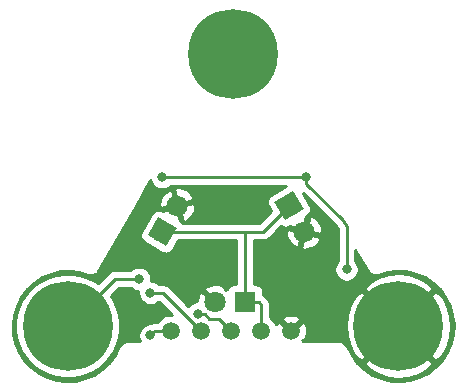
<source format=gbr>
G04 #@! TF.GenerationSoftware,KiCad,Pcbnew,(5.0.0)*
G04 #@! TF.CreationDate,2018-09-04T17:15:42+01:00*
G04 #@! TF.ProjectId,BlinkIR,426C696E6B49522E6B696361645F7063,rev?*
G04 #@! TF.SameCoordinates,Original*
G04 #@! TF.FileFunction,Copper,L2,Bot,Signal*
G04 #@! TF.FilePolarity,Positive*
%FSLAX46Y46*%
G04 Gerber Fmt 4.6, Leading zero omitted, Abs format (unit mm)*
G04 Created by KiCad (PCBNEW (5.0.0)) date 09/04/18 17:15:42*
%MOMM*%
%LPD*%
G01*
G04 APERTURE LIST*
G04 #@! TA.AperFunction,BGAPad,CuDef*
%ADD10C,1.500000*%
G04 #@! TD*
G04 #@! TA.AperFunction,ComponentPad*
%ADD11C,7.600000*%
G04 #@! TD*
G04 #@! TA.AperFunction,ComponentPad*
%ADD12C,1.800000*%
G04 #@! TD*
G04 #@! TA.AperFunction,ComponentPad*
%ADD13R,1.800000X1.800000*%
G04 #@! TD*
G04 #@! TA.AperFunction,Conductor*
%ADD14C,0.100000*%
G04 #@! TD*
G04 #@! TA.AperFunction,ViaPad*
%ADD15C,0.800000*%
G04 #@! TD*
G04 #@! TA.AperFunction,Conductor*
%ADD16C,0.250000*%
G04 #@! TD*
G04 #@! TA.AperFunction,Conductor*
%ADD17C,0.254000*%
G04 #@! TD*
G04 APERTURE END LIST*
D10*
G04 #@! TO.P,TP1,1*
G04 #@! TO.N,VCC*
X178740000Y-74420000D03*
G04 #@! TD*
G04 #@! TO.P,TP2,1*
G04 #@! TO.N,/RESET*
X181280000Y-74420000D03*
G04 #@! TD*
G04 #@! TO.P,TP3,1*
G04 #@! TO.N,/SENCE_BLINK*
X186360000Y-74420000D03*
G04 #@! TD*
G04 #@! TO.P,TP4,1*
G04 #@! TO.N,/SEND_BLINK*
X183820000Y-74420000D03*
G04 #@! TD*
G04 #@! TO.P,TP5,1*
G04 #@! TO.N,GND*
X188900000Y-74420000D03*
G04 #@! TD*
D11*
G04 #@! TO.P,J1,1*
G04 #@! TO.N,VCC*
X184000000Y-51000000D03*
G04 #@! TD*
G04 #@! TO.P,J2,1*
G04 #@! TO.N,VCC*
X170000000Y-74000000D03*
G04 #@! TD*
G04 #@! TO.P,J3,1*
G04 #@! TO.N,GND*
X198000000Y-74000000D03*
G04 #@! TD*
D12*
G04 #@! TO.P,Q1,2*
G04 #@! TO.N,GND*
X182460000Y-72000000D03*
D13*
G04 #@! TO.P,Q1,1*
G04 #@! TO.N,/SENCE_BLINK*
X185000000Y-72000000D03*
G04 #@! TD*
D12*
G04 #@! TO.P,Q2,1*
G04 #@! TO.N,/SENCE_BLINK*
X178000000Y-66000000D03*
D14*
G04 #@! TD*
G04 #@! TO.N,/SENCE_BLINK*
G04 #@! TO.C,Q2*
G36*
X178329423Y-67229423D02*
X176770577Y-66329423D01*
X177670577Y-64770577D01*
X179229423Y-65670577D01*
X178329423Y-67229423D01*
X178329423Y-67229423D01*
G37*
D12*
G04 #@! TO.P,Q2,2*
G04 #@! TO.N,GND*
X179270000Y-63800295D03*
G04 #@! TD*
G04 #@! TO.P,Q3,2*
G04 #@! TO.N,GND*
X190000000Y-66000000D03*
G04 #@! TO.P,Q3,1*
G04 #@! TO.N,/SENCE_BLINK*
X188730000Y-63800295D03*
D14*
G04 #@! TD*
G04 #@! TO.N,/SENCE_BLINK*
G04 #@! TO.C,Q3*
G36*
X187500577Y-63470872D02*
X189059423Y-62570872D01*
X189959423Y-64129718D01*
X188400577Y-65029718D01*
X187500577Y-63470872D01*
X187500577Y-63470872D01*
G37*
D15*
G04 #@! TO.N,VCC*
X177000000Y-74800000D03*
X176018482Y-70000000D03*
G04 #@! TO.N,GND*
X188200000Y-70400000D03*
X183000000Y-70200000D03*
X186600000Y-68800000D03*
G04 #@! TO.N,/RESET*
X177000000Y-71200000D03*
G04 #@! TO.N,Net-(D2-Pad2)*
X178000000Y-61400000D03*
X190200000Y-61400000D03*
X193600000Y-69200000D03*
G04 #@! TO.N,/SEND_BLINK*
X181000000Y-72950000D03*
G04 #@! TD*
D16*
G04 #@! TO.N,VCC*
X177380000Y-74420000D02*
X177000000Y-74800000D01*
X178740000Y-74420000D02*
X177380000Y-74420000D01*
X174000000Y-70000000D02*
X170000000Y-74000000D01*
X176018482Y-70000000D02*
X174000000Y-70000000D01*
G04 #@! TO.N,/RESET*
X178060000Y-71200000D02*
X181280000Y-74420000D01*
X177000000Y-71200000D02*
X178060000Y-71200000D01*
G04 #@! TO.N,Net-(D2-Pad2)*
X178000000Y-61400000D02*
X190200000Y-61400000D01*
X193600000Y-68634315D02*
X193600000Y-69200000D01*
X193600000Y-65606245D02*
X193600000Y-68634315D01*
X193279255Y-65044940D02*
X193600000Y-65606245D01*
X190200000Y-61965685D02*
X193279255Y-65044940D01*
X190200000Y-61400000D02*
X190200000Y-61965685D01*
G04 #@! TO.N,/SENCE_BLINK*
X186360000Y-73359340D02*
X186360000Y-74420000D01*
X186360000Y-72210000D02*
X186360000Y-73359340D01*
X186150000Y-72000000D02*
X186360000Y-72210000D01*
X185000000Y-72000000D02*
X186150000Y-72000000D01*
X188730000Y-63800295D02*
X186530295Y-66000000D01*
X185000000Y-72000000D02*
X185000000Y-66000000D01*
X186530295Y-66000000D02*
X185000000Y-66000000D01*
X185000000Y-66000000D02*
X178000000Y-66000000D01*
G04 #@! TO.N,/SEND_BLINK*
X183820000Y-74420000D02*
X182800000Y-73400000D01*
X182800000Y-73400000D02*
X182000000Y-73400000D01*
X182000000Y-73400000D02*
X181600000Y-73000000D01*
X181565685Y-72950000D02*
X181000000Y-72950000D01*
X181600000Y-72984315D02*
X181565685Y-72950000D01*
X181600000Y-73000000D02*
X181600000Y-72984315D01*
G04 #@! TD*
D17*
G04 #@! TO.N,GND*
G36*
X192669888Y-65510375D02*
X192840000Y-65808071D01*
X192840001Y-68496288D01*
X192796063Y-68540226D01*
X192682795Y-68709744D01*
X192604774Y-68898102D01*
X192565000Y-69098061D01*
X192565000Y-69301939D01*
X192604774Y-69501898D01*
X192682795Y-69690256D01*
X192796063Y-69859774D01*
X192940226Y-70003937D01*
X193109744Y-70117205D01*
X193298102Y-70195226D01*
X193498061Y-70235000D01*
X193701939Y-70235000D01*
X193901898Y-70195226D01*
X194090256Y-70117205D01*
X194259774Y-70003937D01*
X194403937Y-69859774D01*
X194517205Y-69690256D01*
X194595226Y-69501898D01*
X194635000Y-69301939D01*
X194635000Y-69098061D01*
X194595226Y-68898102D01*
X194517205Y-68709744D01*
X194403937Y-68540226D01*
X194360000Y-68496289D01*
X194360000Y-67561051D01*
X195400850Y-69382539D01*
X195461521Y-69468006D01*
X195563172Y-69564066D01*
X195681609Y-69638448D01*
X195812282Y-69688296D01*
X195950169Y-69711692D01*
X196089971Y-69707738D01*
X196226316Y-69676587D01*
X196248681Y-69666573D01*
X197044395Y-69426312D01*
X197853117Y-69329858D01*
X198666313Y-69375302D01*
X199459263Y-69561267D01*
X200207868Y-69882097D01*
X200889390Y-70328049D01*
X201483124Y-70885575D01*
X201971024Y-71537731D01*
X202338261Y-72264693D01*
X202573688Y-73044395D01*
X202670142Y-73853118D01*
X202624698Y-74666315D01*
X202438733Y-75459263D01*
X202117903Y-76207867D01*
X201671949Y-76889392D01*
X201114425Y-77483124D01*
X200462271Y-77971023D01*
X199735307Y-78338262D01*
X198955607Y-78573688D01*
X198146882Y-78670142D01*
X197333685Y-78624698D01*
X196540737Y-78438733D01*
X195792133Y-78117903D01*
X195110608Y-77671949D01*
X194530709Y-77127414D01*
X195052191Y-77127414D01*
X195484368Y-77678536D01*
X196250351Y-78098629D01*
X197083573Y-78361215D01*
X197952013Y-78456201D01*
X198822297Y-78379938D01*
X199660980Y-78135356D01*
X200435833Y-77731855D01*
X200515632Y-77678536D01*
X200947809Y-77127414D01*
X198000000Y-74179605D01*
X195052191Y-77127414D01*
X194530709Y-77127414D01*
X194516876Y-77114425D01*
X194028977Y-76462271D01*
X193661527Y-75734888D01*
X193659128Y-75726980D01*
X193593200Y-75603637D01*
X193504475Y-75495525D01*
X193396363Y-75406800D01*
X193273020Y-75340872D01*
X193139184Y-75300273D01*
X193034877Y-75290000D01*
X189949608Y-75290000D01*
X189856995Y-75197387D01*
X190095860Y-75131863D01*
X190211760Y-74884884D01*
X190277250Y-74620040D01*
X190289812Y-74347508D01*
X190248965Y-74077762D01*
X190203542Y-73952013D01*
X193543799Y-73952013D01*
X193620062Y-74822297D01*
X193864644Y-75660980D01*
X194268145Y-76435833D01*
X194321464Y-76515632D01*
X194872586Y-76947809D01*
X197820395Y-74000000D01*
X198179605Y-74000000D01*
X201127414Y-76947809D01*
X201678536Y-76515632D01*
X202098629Y-75749649D01*
X202361215Y-74916427D01*
X202456201Y-74047987D01*
X202379938Y-73177703D01*
X202135356Y-72339020D01*
X201731855Y-71564167D01*
X201678536Y-71484368D01*
X201127414Y-71052191D01*
X198179605Y-74000000D01*
X197820395Y-74000000D01*
X194872586Y-71052191D01*
X194321464Y-71484368D01*
X193901371Y-72250351D01*
X193638785Y-73083573D01*
X193543799Y-73952013D01*
X190203542Y-73952013D01*
X190156277Y-73821168D01*
X190095860Y-73708137D01*
X189856993Y-73642612D01*
X189079605Y-74420000D01*
X189093748Y-74434143D01*
X188914143Y-74613748D01*
X188900000Y-74599605D01*
X188885858Y-74613748D01*
X188706253Y-74434143D01*
X188720395Y-74420000D01*
X187943007Y-73642612D01*
X187704140Y-73708137D01*
X187629836Y-73866477D01*
X187587371Y-73763957D01*
X187435799Y-73537114D01*
X187361692Y-73463007D01*
X188122612Y-73463007D01*
X188900000Y-74240395D01*
X189677388Y-73463007D01*
X189611863Y-73224140D01*
X189364884Y-73108240D01*
X189100040Y-73042750D01*
X188827508Y-73030188D01*
X188557762Y-73071035D01*
X188301168Y-73163723D01*
X188188137Y-73224140D01*
X188122612Y-73463007D01*
X187361692Y-73463007D01*
X187242886Y-73344201D01*
X187120000Y-73262091D01*
X187120000Y-72247323D01*
X187123676Y-72210000D01*
X187120000Y-72172677D01*
X187120000Y-72172667D01*
X187109003Y-72061014D01*
X187065546Y-71917753D01*
X186994974Y-71785724D01*
X186900001Y-71669999D01*
X186870998Y-71646197D01*
X186713804Y-71489003D01*
X186690001Y-71459999D01*
X186574276Y-71365026D01*
X186538072Y-71345674D01*
X186538072Y-71100000D01*
X186525812Y-70975518D01*
X186494588Y-70872586D01*
X195052191Y-70872586D01*
X198000000Y-73820395D01*
X200947809Y-70872586D01*
X200515632Y-70321464D01*
X199749649Y-69901371D01*
X198916427Y-69638785D01*
X198047987Y-69543799D01*
X197177703Y-69620062D01*
X196339020Y-69864644D01*
X195564167Y-70268145D01*
X195484368Y-70321464D01*
X195052191Y-70872586D01*
X186494588Y-70872586D01*
X186489502Y-70855820D01*
X186430537Y-70745506D01*
X186351185Y-70648815D01*
X186254494Y-70569463D01*
X186144180Y-70510498D01*
X186024482Y-70474188D01*
X185900000Y-70461928D01*
X185760000Y-70461928D01*
X185760000Y-67363757D01*
X189766062Y-67363757D01*
X189965624Y-67542044D01*
X190267123Y-67519120D01*
X190558356Y-67437818D01*
X190828132Y-67301261D01*
X191066083Y-67114697D01*
X191263065Y-66885296D01*
X191352637Y-66741252D01*
X191298017Y-66479283D01*
X190089803Y-66155543D01*
X189766062Y-67363757D01*
X185760000Y-67363757D01*
X185760000Y-66760000D01*
X186492973Y-66760000D01*
X186530295Y-66763676D01*
X186567617Y-66760000D01*
X186567628Y-66760000D01*
X186679281Y-66749003D01*
X186822542Y-66705546D01*
X186954571Y-66634974D01*
X187070296Y-66540001D01*
X187094099Y-66510997D01*
X187639472Y-65965624D01*
X188457956Y-65965624D01*
X188480880Y-66267123D01*
X188562182Y-66558356D01*
X188698739Y-66828132D01*
X188885303Y-67066083D01*
X189114704Y-67263065D01*
X189258748Y-67352637D01*
X189520717Y-67298017D01*
X189844457Y-66089803D01*
X188636243Y-65766062D01*
X188457956Y-65965624D01*
X187639472Y-65965624D01*
X188047300Y-65557797D01*
X188118365Y-65601987D01*
X188235432Y-65646048D01*
X188358845Y-65666424D01*
X188483862Y-65662331D01*
X188605678Y-65633928D01*
X188719613Y-65582305D01*
X188786884Y-65543466D01*
X189575045Y-65754653D01*
X189806251Y-65985859D01*
X189881913Y-65910197D01*
X190155543Y-65910197D01*
X191363757Y-66233938D01*
X191542044Y-66034376D01*
X191519120Y-65732877D01*
X191437818Y-65441644D01*
X191301261Y-65171868D01*
X191114697Y-64933917D01*
X190885296Y-64736935D01*
X190741252Y-64647363D01*
X190479283Y-64701983D01*
X190155543Y-65910197D01*
X189881913Y-65910197D01*
X189985859Y-65806251D01*
X189934260Y-65754652D01*
X190211189Y-64721143D01*
X190278459Y-64682305D01*
X190380133Y-64609446D01*
X190465640Y-64518152D01*
X190531692Y-64411930D01*
X190575753Y-64294863D01*
X190596129Y-64171450D01*
X190592036Y-64046433D01*
X190563633Y-63924617D01*
X190512010Y-63810682D01*
X189886117Y-62726603D01*
X192669888Y-65510375D01*
X192669888Y-65510375D01*
G37*
X192669888Y-65510375D02*
X192840000Y-65808071D01*
X192840001Y-68496288D01*
X192796063Y-68540226D01*
X192682795Y-68709744D01*
X192604774Y-68898102D01*
X192565000Y-69098061D01*
X192565000Y-69301939D01*
X192604774Y-69501898D01*
X192682795Y-69690256D01*
X192796063Y-69859774D01*
X192940226Y-70003937D01*
X193109744Y-70117205D01*
X193298102Y-70195226D01*
X193498061Y-70235000D01*
X193701939Y-70235000D01*
X193901898Y-70195226D01*
X194090256Y-70117205D01*
X194259774Y-70003937D01*
X194403937Y-69859774D01*
X194517205Y-69690256D01*
X194595226Y-69501898D01*
X194635000Y-69301939D01*
X194635000Y-69098061D01*
X194595226Y-68898102D01*
X194517205Y-68709744D01*
X194403937Y-68540226D01*
X194360000Y-68496289D01*
X194360000Y-67561051D01*
X195400850Y-69382539D01*
X195461521Y-69468006D01*
X195563172Y-69564066D01*
X195681609Y-69638448D01*
X195812282Y-69688296D01*
X195950169Y-69711692D01*
X196089971Y-69707738D01*
X196226316Y-69676587D01*
X196248681Y-69666573D01*
X197044395Y-69426312D01*
X197853117Y-69329858D01*
X198666313Y-69375302D01*
X199459263Y-69561267D01*
X200207868Y-69882097D01*
X200889390Y-70328049D01*
X201483124Y-70885575D01*
X201971024Y-71537731D01*
X202338261Y-72264693D01*
X202573688Y-73044395D01*
X202670142Y-73853118D01*
X202624698Y-74666315D01*
X202438733Y-75459263D01*
X202117903Y-76207867D01*
X201671949Y-76889392D01*
X201114425Y-77483124D01*
X200462271Y-77971023D01*
X199735307Y-78338262D01*
X198955607Y-78573688D01*
X198146882Y-78670142D01*
X197333685Y-78624698D01*
X196540737Y-78438733D01*
X195792133Y-78117903D01*
X195110608Y-77671949D01*
X194530709Y-77127414D01*
X195052191Y-77127414D01*
X195484368Y-77678536D01*
X196250351Y-78098629D01*
X197083573Y-78361215D01*
X197952013Y-78456201D01*
X198822297Y-78379938D01*
X199660980Y-78135356D01*
X200435833Y-77731855D01*
X200515632Y-77678536D01*
X200947809Y-77127414D01*
X198000000Y-74179605D01*
X195052191Y-77127414D01*
X194530709Y-77127414D01*
X194516876Y-77114425D01*
X194028977Y-76462271D01*
X193661527Y-75734888D01*
X193659128Y-75726980D01*
X193593200Y-75603637D01*
X193504475Y-75495525D01*
X193396363Y-75406800D01*
X193273020Y-75340872D01*
X193139184Y-75300273D01*
X193034877Y-75290000D01*
X189949608Y-75290000D01*
X189856995Y-75197387D01*
X190095860Y-75131863D01*
X190211760Y-74884884D01*
X190277250Y-74620040D01*
X190289812Y-74347508D01*
X190248965Y-74077762D01*
X190203542Y-73952013D01*
X193543799Y-73952013D01*
X193620062Y-74822297D01*
X193864644Y-75660980D01*
X194268145Y-76435833D01*
X194321464Y-76515632D01*
X194872586Y-76947809D01*
X197820395Y-74000000D01*
X198179605Y-74000000D01*
X201127414Y-76947809D01*
X201678536Y-76515632D01*
X202098629Y-75749649D01*
X202361215Y-74916427D01*
X202456201Y-74047987D01*
X202379938Y-73177703D01*
X202135356Y-72339020D01*
X201731855Y-71564167D01*
X201678536Y-71484368D01*
X201127414Y-71052191D01*
X198179605Y-74000000D01*
X197820395Y-74000000D01*
X194872586Y-71052191D01*
X194321464Y-71484368D01*
X193901371Y-72250351D01*
X193638785Y-73083573D01*
X193543799Y-73952013D01*
X190203542Y-73952013D01*
X190156277Y-73821168D01*
X190095860Y-73708137D01*
X189856993Y-73642612D01*
X189079605Y-74420000D01*
X189093748Y-74434143D01*
X188914143Y-74613748D01*
X188900000Y-74599605D01*
X188885858Y-74613748D01*
X188706253Y-74434143D01*
X188720395Y-74420000D01*
X187943007Y-73642612D01*
X187704140Y-73708137D01*
X187629836Y-73866477D01*
X187587371Y-73763957D01*
X187435799Y-73537114D01*
X187361692Y-73463007D01*
X188122612Y-73463007D01*
X188900000Y-74240395D01*
X189677388Y-73463007D01*
X189611863Y-73224140D01*
X189364884Y-73108240D01*
X189100040Y-73042750D01*
X188827508Y-73030188D01*
X188557762Y-73071035D01*
X188301168Y-73163723D01*
X188188137Y-73224140D01*
X188122612Y-73463007D01*
X187361692Y-73463007D01*
X187242886Y-73344201D01*
X187120000Y-73262091D01*
X187120000Y-72247323D01*
X187123676Y-72210000D01*
X187120000Y-72172677D01*
X187120000Y-72172667D01*
X187109003Y-72061014D01*
X187065546Y-71917753D01*
X186994974Y-71785724D01*
X186900001Y-71669999D01*
X186870998Y-71646197D01*
X186713804Y-71489003D01*
X186690001Y-71459999D01*
X186574276Y-71365026D01*
X186538072Y-71345674D01*
X186538072Y-71100000D01*
X186525812Y-70975518D01*
X186494588Y-70872586D01*
X195052191Y-70872586D01*
X198000000Y-73820395D01*
X200947809Y-70872586D01*
X200515632Y-70321464D01*
X199749649Y-69901371D01*
X198916427Y-69638785D01*
X198047987Y-69543799D01*
X197177703Y-69620062D01*
X196339020Y-69864644D01*
X195564167Y-70268145D01*
X195484368Y-70321464D01*
X195052191Y-70872586D01*
X186494588Y-70872586D01*
X186489502Y-70855820D01*
X186430537Y-70745506D01*
X186351185Y-70648815D01*
X186254494Y-70569463D01*
X186144180Y-70510498D01*
X186024482Y-70474188D01*
X185900000Y-70461928D01*
X185760000Y-70461928D01*
X185760000Y-67363757D01*
X189766062Y-67363757D01*
X189965624Y-67542044D01*
X190267123Y-67519120D01*
X190558356Y-67437818D01*
X190828132Y-67301261D01*
X191066083Y-67114697D01*
X191263065Y-66885296D01*
X191352637Y-66741252D01*
X191298017Y-66479283D01*
X190089803Y-66155543D01*
X189766062Y-67363757D01*
X185760000Y-67363757D01*
X185760000Y-66760000D01*
X186492973Y-66760000D01*
X186530295Y-66763676D01*
X186567617Y-66760000D01*
X186567628Y-66760000D01*
X186679281Y-66749003D01*
X186822542Y-66705546D01*
X186954571Y-66634974D01*
X187070296Y-66540001D01*
X187094099Y-66510997D01*
X187639472Y-65965624D01*
X188457956Y-65965624D01*
X188480880Y-66267123D01*
X188562182Y-66558356D01*
X188698739Y-66828132D01*
X188885303Y-67066083D01*
X189114704Y-67263065D01*
X189258748Y-67352637D01*
X189520717Y-67298017D01*
X189844457Y-66089803D01*
X188636243Y-65766062D01*
X188457956Y-65965624D01*
X187639472Y-65965624D01*
X188047300Y-65557797D01*
X188118365Y-65601987D01*
X188235432Y-65646048D01*
X188358845Y-65666424D01*
X188483862Y-65662331D01*
X188605678Y-65633928D01*
X188719613Y-65582305D01*
X188786884Y-65543466D01*
X189575045Y-65754653D01*
X189806251Y-65985859D01*
X189881913Y-65910197D01*
X190155543Y-65910197D01*
X191363757Y-66233938D01*
X191542044Y-66034376D01*
X191519120Y-65732877D01*
X191437818Y-65441644D01*
X191301261Y-65171868D01*
X191114697Y-64933917D01*
X190885296Y-64736935D01*
X190741252Y-64647363D01*
X190479283Y-64701983D01*
X190155543Y-65910197D01*
X189881913Y-65910197D01*
X189985859Y-65806251D01*
X189934260Y-65754652D01*
X190211189Y-64721143D01*
X190278459Y-64682305D01*
X190380133Y-64609446D01*
X190465640Y-64518152D01*
X190531692Y-64411930D01*
X190575753Y-64294863D01*
X190596129Y-64171450D01*
X190592036Y-64046433D01*
X190563633Y-63924617D01*
X190512010Y-63810682D01*
X189886117Y-62726603D01*
X192669888Y-65510375D01*
G36*
X177004774Y-61701898D02*
X177082795Y-61890256D01*
X177196063Y-62059774D01*
X177340226Y-62203937D01*
X177509744Y-62317205D01*
X177698102Y-62395226D01*
X177898061Y-62435000D01*
X178101939Y-62435000D01*
X178301898Y-62395226D01*
X178490256Y-62317205D01*
X178659774Y-62203937D01*
X178703711Y-62160000D01*
X188494929Y-62160000D01*
X187181541Y-62918285D01*
X187079867Y-62991144D01*
X186994360Y-63082438D01*
X186928308Y-63188660D01*
X186884247Y-63305727D01*
X186863871Y-63429140D01*
X186867964Y-63554157D01*
X186896367Y-63675973D01*
X186947990Y-63789908D01*
X187210648Y-64244845D01*
X186215494Y-65240000D01*
X185037333Y-65240000D01*
X185000000Y-65236323D01*
X184962667Y-65240000D01*
X179696168Y-65240000D01*
X179650133Y-65190849D01*
X179548459Y-65117990D01*
X179481189Y-65079152D01*
X179204260Y-64045643D01*
X179255859Y-63994044D01*
X179151913Y-63890098D01*
X179425543Y-63890098D01*
X179749283Y-65098312D01*
X180011252Y-65152932D01*
X180260895Y-64982330D01*
X180472459Y-64766304D01*
X180637814Y-64513154D01*
X180750604Y-64232609D01*
X180806495Y-63935451D01*
X180812044Y-63765919D01*
X180633757Y-63566357D01*
X179425543Y-63890098D01*
X179151913Y-63890098D01*
X179076251Y-63814436D01*
X178845045Y-64045642D01*
X178056884Y-64256829D01*
X177989613Y-64217990D01*
X177875678Y-64166367D01*
X177753862Y-64137964D01*
X177628845Y-64133871D01*
X177505432Y-64154247D01*
X177388365Y-64198308D01*
X177282143Y-64264360D01*
X177190849Y-64349867D01*
X177117990Y-64451541D01*
X176217990Y-66010387D01*
X176166367Y-66124322D01*
X176137964Y-66246138D01*
X176133871Y-66371155D01*
X176154247Y-66494568D01*
X176198308Y-66611635D01*
X176264360Y-66717857D01*
X176349867Y-66809151D01*
X176451541Y-66882010D01*
X178010387Y-67782010D01*
X178124322Y-67833633D01*
X178246138Y-67862036D01*
X178371155Y-67866129D01*
X178494568Y-67845753D01*
X178611635Y-67801692D01*
X178717857Y-67735640D01*
X178809151Y-67650133D01*
X178882010Y-67548459D01*
X179337227Y-66760000D01*
X184240001Y-66760000D01*
X184240000Y-70461928D01*
X184100000Y-70461928D01*
X183975518Y-70474188D01*
X183855820Y-70510498D01*
X183745506Y-70569463D01*
X183648815Y-70648815D01*
X183569463Y-70745506D01*
X183510498Y-70855820D01*
X183507187Y-70866735D01*
X183460422Y-70819970D01*
X183344474Y-70935918D01*
X183260792Y-70681739D01*
X182988225Y-70550842D01*
X182695358Y-70475635D01*
X182393447Y-70459009D01*
X182094093Y-70501603D01*
X181808801Y-70601778D01*
X181659208Y-70681739D01*
X181575525Y-70935920D01*
X182460000Y-71820395D01*
X182474143Y-71806253D01*
X182653748Y-71985858D01*
X182639605Y-72000000D01*
X182653748Y-72014143D01*
X182474143Y-72193748D01*
X182460000Y-72179605D01*
X182445858Y-72193748D01*
X182266253Y-72014143D01*
X182280395Y-72000000D01*
X181395920Y-71115525D01*
X181141739Y-71199208D01*
X181010842Y-71471775D01*
X180935635Y-71764642D01*
X180927355Y-71915000D01*
X180898061Y-71915000D01*
X180698102Y-71954774D01*
X180509744Y-72032795D01*
X180340226Y-72146063D01*
X180210545Y-72275744D01*
X178623804Y-70689003D01*
X178600001Y-70659999D01*
X178484276Y-70565026D01*
X178352247Y-70494454D01*
X178208986Y-70450997D01*
X178097333Y-70440000D01*
X178097322Y-70440000D01*
X178060000Y-70436324D01*
X178022678Y-70440000D01*
X177703711Y-70440000D01*
X177659774Y-70396063D01*
X177490256Y-70282795D01*
X177301898Y-70204774D01*
X177101939Y-70165000D01*
X177040938Y-70165000D01*
X177053482Y-70101939D01*
X177053482Y-69898061D01*
X177013708Y-69698102D01*
X176935687Y-69509744D01*
X176822419Y-69340226D01*
X176678256Y-69196063D01*
X176508738Y-69082795D01*
X176320380Y-69004774D01*
X176120421Y-68965000D01*
X175916543Y-68965000D01*
X175716584Y-69004774D01*
X175528226Y-69082795D01*
X175358708Y-69196063D01*
X175314771Y-69240000D01*
X174037322Y-69240000D01*
X173999999Y-69236324D01*
X173962676Y-69240000D01*
X173962667Y-69240000D01*
X173851014Y-69250997D01*
X173707753Y-69294454D01*
X173575724Y-69365026D01*
X173459999Y-69459999D01*
X173436201Y-69488997D01*
X172553160Y-70372038D01*
X172100760Y-70069754D01*
X171293642Y-69735435D01*
X170436809Y-69565000D01*
X169563191Y-69565000D01*
X168706358Y-69735435D01*
X167899240Y-70069754D01*
X167172852Y-70555111D01*
X166555111Y-71172852D01*
X166069754Y-71899240D01*
X165735435Y-72706358D01*
X165565000Y-73563191D01*
X165565000Y-74436809D01*
X165735435Y-75293642D01*
X166069754Y-76100760D01*
X166555111Y-76827148D01*
X167172852Y-77444889D01*
X167899240Y-77930246D01*
X168706358Y-78264565D01*
X169563191Y-78435000D01*
X170436809Y-78435000D01*
X171293642Y-78264565D01*
X172100760Y-77930246D01*
X172827148Y-77444889D01*
X173444889Y-76827148D01*
X173930246Y-76100760D01*
X174264565Y-75293642D01*
X174435000Y-74436809D01*
X174435000Y-73563191D01*
X174264565Y-72706358D01*
X173930246Y-71899240D01*
X173627962Y-71446840D01*
X174314802Y-70760000D01*
X175314771Y-70760000D01*
X175358708Y-70803937D01*
X175528226Y-70917205D01*
X175716584Y-70995226D01*
X175916543Y-71035000D01*
X175977544Y-71035000D01*
X175965000Y-71098061D01*
X175965000Y-71301939D01*
X176004774Y-71501898D01*
X176082795Y-71690256D01*
X176196063Y-71859774D01*
X176340226Y-72003937D01*
X176509744Y-72117205D01*
X176698102Y-72195226D01*
X176898061Y-72235000D01*
X177101939Y-72235000D01*
X177301898Y-72195226D01*
X177490256Y-72117205D01*
X177659774Y-72003937D01*
X177703711Y-71960000D01*
X177745199Y-71960000D01*
X178820199Y-73035000D01*
X178603589Y-73035000D01*
X178336011Y-73088225D01*
X178083957Y-73192629D01*
X177857114Y-73344201D01*
X177664201Y-73537114D01*
X177582091Y-73660000D01*
X177417322Y-73660000D01*
X177379999Y-73656324D01*
X177342676Y-73660000D01*
X177342667Y-73660000D01*
X177231014Y-73670997D01*
X177087753Y-73714454D01*
X176993189Y-73765000D01*
X176898061Y-73765000D01*
X176698102Y-73804774D01*
X176509744Y-73882795D01*
X176340226Y-73996063D01*
X176196063Y-74140226D01*
X176082795Y-74309744D01*
X176004774Y-74498102D01*
X175965000Y-74698061D01*
X175965000Y-74901939D01*
X176004774Y-75101898D01*
X176082689Y-75290000D01*
X174965123Y-75290000D01*
X174860816Y-75300273D01*
X174726980Y-75340872D01*
X174603637Y-75406800D01*
X174495525Y-75495525D01*
X174406800Y-75603637D01*
X174340872Y-75726980D01*
X174338473Y-75734888D01*
X173971024Y-76462269D01*
X173483124Y-77114425D01*
X172889390Y-77671951D01*
X172207868Y-78117903D01*
X171459263Y-78438733D01*
X170666313Y-78624698D01*
X169853117Y-78670142D01*
X169044395Y-78573688D01*
X168264693Y-78338261D01*
X167537731Y-77971024D01*
X166885575Y-77483124D01*
X166328049Y-76889390D01*
X165882097Y-76207868D01*
X165561267Y-75459263D01*
X165375302Y-74666313D01*
X165329858Y-73853117D01*
X165426312Y-73044393D01*
X165661738Y-72264693D01*
X166028977Y-71537729D01*
X166516876Y-70885575D01*
X167110608Y-70328051D01*
X167792133Y-69882097D01*
X168540737Y-69561267D01*
X169333685Y-69375302D01*
X170146882Y-69329858D01*
X170955607Y-69426312D01*
X171751318Y-69666573D01*
X171773684Y-69676587D01*
X171910029Y-69707739D01*
X172049829Y-69711692D01*
X172187717Y-69688296D01*
X172318390Y-69638449D01*
X172436827Y-69564066D01*
X172538478Y-69468007D01*
X172599148Y-69382540D01*
X175769359Y-63834671D01*
X177727956Y-63834671D01*
X177906243Y-64034233D01*
X179114457Y-63710492D01*
X178790717Y-62502278D01*
X178528748Y-62447658D01*
X178279105Y-62618260D01*
X178067541Y-62834286D01*
X177902186Y-63087436D01*
X177789396Y-63367981D01*
X177733505Y-63665139D01*
X177727956Y-63834671D01*
X175769359Y-63834671D01*
X176568292Y-62436538D01*
X179036062Y-62436538D01*
X179359803Y-63644752D01*
X180568017Y-63321012D01*
X180622637Y-63059043D01*
X180452035Y-62809400D01*
X180236009Y-62597836D01*
X179982859Y-62432481D01*
X179702314Y-62319691D01*
X179405156Y-62263800D01*
X179235624Y-62258251D01*
X179036062Y-62436538D01*
X176568292Y-62436538D01*
X177000465Y-61680236D01*
X177004774Y-61701898D01*
X177004774Y-61701898D01*
G37*
X177004774Y-61701898D02*
X177082795Y-61890256D01*
X177196063Y-62059774D01*
X177340226Y-62203937D01*
X177509744Y-62317205D01*
X177698102Y-62395226D01*
X177898061Y-62435000D01*
X178101939Y-62435000D01*
X178301898Y-62395226D01*
X178490256Y-62317205D01*
X178659774Y-62203937D01*
X178703711Y-62160000D01*
X188494929Y-62160000D01*
X187181541Y-62918285D01*
X187079867Y-62991144D01*
X186994360Y-63082438D01*
X186928308Y-63188660D01*
X186884247Y-63305727D01*
X186863871Y-63429140D01*
X186867964Y-63554157D01*
X186896367Y-63675973D01*
X186947990Y-63789908D01*
X187210648Y-64244845D01*
X186215494Y-65240000D01*
X185037333Y-65240000D01*
X185000000Y-65236323D01*
X184962667Y-65240000D01*
X179696168Y-65240000D01*
X179650133Y-65190849D01*
X179548459Y-65117990D01*
X179481189Y-65079152D01*
X179204260Y-64045643D01*
X179255859Y-63994044D01*
X179151913Y-63890098D01*
X179425543Y-63890098D01*
X179749283Y-65098312D01*
X180011252Y-65152932D01*
X180260895Y-64982330D01*
X180472459Y-64766304D01*
X180637814Y-64513154D01*
X180750604Y-64232609D01*
X180806495Y-63935451D01*
X180812044Y-63765919D01*
X180633757Y-63566357D01*
X179425543Y-63890098D01*
X179151913Y-63890098D01*
X179076251Y-63814436D01*
X178845045Y-64045642D01*
X178056884Y-64256829D01*
X177989613Y-64217990D01*
X177875678Y-64166367D01*
X177753862Y-64137964D01*
X177628845Y-64133871D01*
X177505432Y-64154247D01*
X177388365Y-64198308D01*
X177282143Y-64264360D01*
X177190849Y-64349867D01*
X177117990Y-64451541D01*
X176217990Y-66010387D01*
X176166367Y-66124322D01*
X176137964Y-66246138D01*
X176133871Y-66371155D01*
X176154247Y-66494568D01*
X176198308Y-66611635D01*
X176264360Y-66717857D01*
X176349867Y-66809151D01*
X176451541Y-66882010D01*
X178010387Y-67782010D01*
X178124322Y-67833633D01*
X178246138Y-67862036D01*
X178371155Y-67866129D01*
X178494568Y-67845753D01*
X178611635Y-67801692D01*
X178717857Y-67735640D01*
X178809151Y-67650133D01*
X178882010Y-67548459D01*
X179337227Y-66760000D01*
X184240001Y-66760000D01*
X184240000Y-70461928D01*
X184100000Y-70461928D01*
X183975518Y-70474188D01*
X183855820Y-70510498D01*
X183745506Y-70569463D01*
X183648815Y-70648815D01*
X183569463Y-70745506D01*
X183510498Y-70855820D01*
X183507187Y-70866735D01*
X183460422Y-70819970D01*
X183344474Y-70935918D01*
X183260792Y-70681739D01*
X182988225Y-70550842D01*
X182695358Y-70475635D01*
X182393447Y-70459009D01*
X182094093Y-70501603D01*
X181808801Y-70601778D01*
X181659208Y-70681739D01*
X181575525Y-70935920D01*
X182460000Y-71820395D01*
X182474143Y-71806253D01*
X182653748Y-71985858D01*
X182639605Y-72000000D01*
X182653748Y-72014143D01*
X182474143Y-72193748D01*
X182460000Y-72179605D01*
X182445858Y-72193748D01*
X182266253Y-72014143D01*
X182280395Y-72000000D01*
X181395920Y-71115525D01*
X181141739Y-71199208D01*
X181010842Y-71471775D01*
X180935635Y-71764642D01*
X180927355Y-71915000D01*
X180898061Y-71915000D01*
X180698102Y-71954774D01*
X180509744Y-72032795D01*
X180340226Y-72146063D01*
X180210545Y-72275744D01*
X178623804Y-70689003D01*
X178600001Y-70659999D01*
X178484276Y-70565026D01*
X178352247Y-70494454D01*
X178208986Y-70450997D01*
X178097333Y-70440000D01*
X178097322Y-70440000D01*
X178060000Y-70436324D01*
X178022678Y-70440000D01*
X177703711Y-70440000D01*
X177659774Y-70396063D01*
X177490256Y-70282795D01*
X177301898Y-70204774D01*
X177101939Y-70165000D01*
X177040938Y-70165000D01*
X177053482Y-70101939D01*
X177053482Y-69898061D01*
X177013708Y-69698102D01*
X176935687Y-69509744D01*
X176822419Y-69340226D01*
X176678256Y-69196063D01*
X176508738Y-69082795D01*
X176320380Y-69004774D01*
X176120421Y-68965000D01*
X175916543Y-68965000D01*
X175716584Y-69004774D01*
X175528226Y-69082795D01*
X175358708Y-69196063D01*
X175314771Y-69240000D01*
X174037322Y-69240000D01*
X173999999Y-69236324D01*
X173962676Y-69240000D01*
X173962667Y-69240000D01*
X173851014Y-69250997D01*
X173707753Y-69294454D01*
X173575724Y-69365026D01*
X173459999Y-69459999D01*
X173436201Y-69488997D01*
X172553160Y-70372038D01*
X172100760Y-70069754D01*
X171293642Y-69735435D01*
X170436809Y-69565000D01*
X169563191Y-69565000D01*
X168706358Y-69735435D01*
X167899240Y-70069754D01*
X167172852Y-70555111D01*
X166555111Y-71172852D01*
X166069754Y-71899240D01*
X165735435Y-72706358D01*
X165565000Y-73563191D01*
X165565000Y-74436809D01*
X165735435Y-75293642D01*
X166069754Y-76100760D01*
X166555111Y-76827148D01*
X167172852Y-77444889D01*
X167899240Y-77930246D01*
X168706358Y-78264565D01*
X169563191Y-78435000D01*
X170436809Y-78435000D01*
X171293642Y-78264565D01*
X172100760Y-77930246D01*
X172827148Y-77444889D01*
X173444889Y-76827148D01*
X173930246Y-76100760D01*
X174264565Y-75293642D01*
X174435000Y-74436809D01*
X174435000Y-73563191D01*
X174264565Y-72706358D01*
X173930246Y-71899240D01*
X173627962Y-71446840D01*
X174314802Y-70760000D01*
X175314771Y-70760000D01*
X175358708Y-70803937D01*
X175528226Y-70917205D01*
X175716584Y-70995226D01*
X175916543Y-71035000D01*
X175977544Y-71035000D01*
X175965000Y-71098061D01*
X175965000Y-71301939D01*
X176004774Y-71501898D01*
X176082795Y-71690256D01*
X176196063Y-71859774D01*
X176340226Y-72003937D01*
X176509744Y-72117205D01*
X176698102Y-72195226D01*
X176898061Y-72235000D01*
X177101939Y-72235000D01*
X177301898Y-72195226D01*
X177490256Y-72117205D01*
X177659774Y-72003937D01*
X177703711Y-71960000D01*
X177745199Y-71960000D01*
X178820199Y-73035000D01*
X178603589Y-73035000D01*
X178336011Y-73088225D01*
X178083957Y-73192629D01*
X177857114Y-73344201D01*
X177664201Y-73537114D01*
X177582091Y-73660000D01*
X177417322Y-73660000D01*
X177379999Y-73656324D01*
X177342676Y-73660000D01*
X177342667Y-73660000D01*
X177231014Y-73670997D01*
X177087753Y-73714454D01*
X176993189Y-73765000D01*
X176898061Y-73765000D01*
X176698102Y-73804774D01*
X176509744Y-73882795D01*
X176340226Y-73996063D01*
X176196063Y-74140226D01*
X176082795Y-74309744D01*
X176004774Y-74498102D01*
X175965000Y-74698061D01*
X175965000Y-74901939D01*
X176004774Y-75101898D01*
X176082689Y-75290000D01*
X174965123Y-75290000D01*
X174860816Y-75300273D01*
X174726980Y-75340872D01*
X174603637Y-75406800D01*
X174495525Y-75495525D01*
X174406800Y-75603637D01*
X174340872Y-75726980D01*
X174338473Y-75734888D01*
X173971024Y-76462269D01*
X173483124Y-77114425D01*
X172889390Y-77671951D01*
X172207868Y-78117903D01*
X171459263Y-78438733D01*
X170666313Y-78624698D01*
X169853117Y-78670142D01*
X169044395Y-78573688D01*
X168264693Y-78338261D01*
X167537731Y-77971024D01*
X166885575Y-77483124D01*
X166328049Y-76889390D01*
X165882097Y-76207868D01*
X165561267Y-75459263D01*
X165375302Y-74666313D01*
X165329858Y-73853117D01*
X165426312Y-73044393D01*
X165661738Y-72264693D01*
X166028977Y-71537729D01*
X166516876Y-70885575D01*
X167110608Y-70328051D01*
X167792133Y-69882097D01*
X168540737Y-69561267D01*
X169333685Y-69375302D01*
X170146882Y-69329858D01*
X170955607Y-69426312D01*
X171751318Y-69666573D01*
X171773684Y-69676587D01*
X171910029Y-69707739D01*
X172049829Y-69711692D01*
X172187717Y-69688296D01*
X172318390Y-69638449D01*
X172436827Y-69564066D01*
X172538478Y-69468007D01*
X172599148Y-69382540D01*
X175769359Y-63834671D01*
X177727956Y-63834671D01*
X177906243Y-64034233D01*
X179114457Y-63710492D01*
X178790717Y-62502278D01*
X178528748Y-62447658D01*
X178279105Y-62618260D01*
X178067541Y-62834286D01*
X177902186Y-63087436D01*
X177789396Y-63367981D01*
X177733505Y-63665139D01*
X177727956Y-63834671D01*
X175769359Y-63834671D01*
X176568292Y-62436538D01*
X179036062Y-62436538D01*
X179359803Y-63644752D01*
X180568017Y-63321012D01*
X180622637Y-63059043D01*
X180452035Y-62809400D01*
X180236009Y-62597836D01*
X179982859Y-62432481D01*
X179702314Y-62319691D01*
X179405156Y-62263800D01*
X179235624Y-62258251D01*
X179036062Y-62436538D01*
X176568292Y-62436538D01*
X177000465Y-61680236D01*
X177004774Y-61701898D01*
G04 #@! TD*
M02*

</source>
